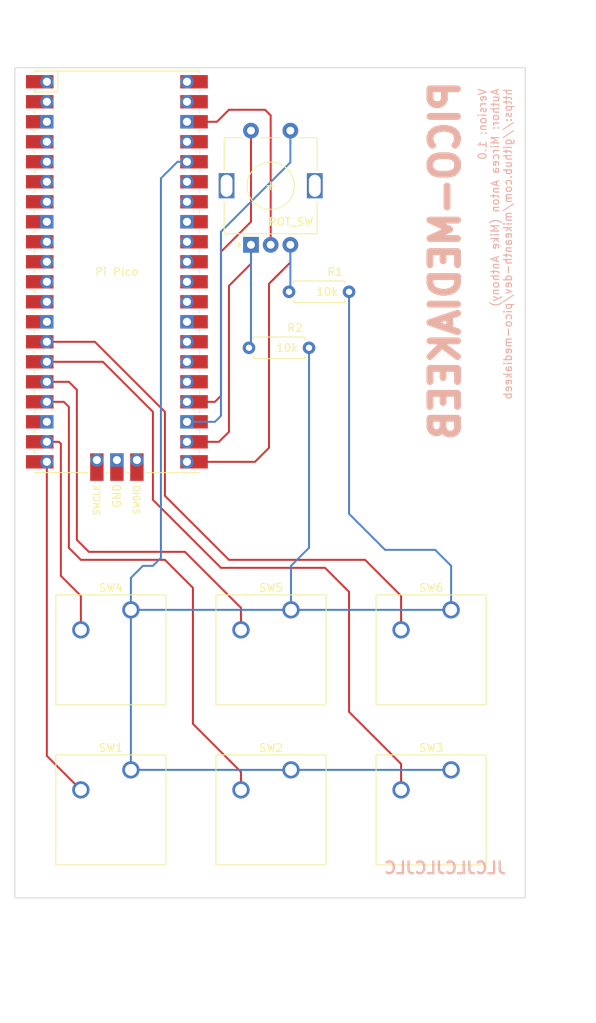
<source format=kicad_pcb>
(kicad_pcb (version 20171130) (host pcbnew 5.1.5+dfsg1-2build2)

  (general
    (thickness 1.6)
    (drawings 18)
    (tracks 91)
    (zones 0)
    (modules 10)
    (nets 44)
  )

  (page A4)
  (title_block
    (title pico-mediakeeb)
    (rev v01)
    (comment 2 https://www.gnu.org/licenses/gpl-3.0.en.html)
    (comment 3 "Licence: GPL-v3.0")
    (comment 4 "Author: Mike Anthony")
  )

  (layers
    (0 F.Cu signal)
    (31 B.Cu signal)
    (32 B.Adhes user)
    (33 F.Adhes user)
    (34 B.Paste user)
    (35 F.Paste user)
    (36 B.SilkS user)
    (37 F.SilkS user)
    (38 B.Mask user)
    (39 F.Mask user)
    (40 Dwgs.User user)
    (41 Cmts.User user)
    (42 Eco1.User user)
    (43 Eco2.User user)
    (44 Edge.Cuts user)
    (45 Margin user)
    (46 B.CrtYd user)
    (47 F.CrtYd user)
    (48 B.Fab user)
    (49 F.Fab user)
  )

  (setup
    (last_trace_width 0.25)
    (trace_clearance 0.2)
    (zone_clearance 0.508)
    (zone_45_only no)
    (trace_min 0.2)
    (via_size 0.8)
    (via_drill 0.4)
    (via_min_size 0.4)
    (via_min_drill 0.3)
    (uvia_size 0.3)
    (uvia_drill 0.1)
    (uvias_allowed no)
    (uvia_min_size 0.2)
    (uvia_min_drill 0.1)
    (edge_width 0.1)
    (segment_width 0.2)
    (pcb_text_width 0.3)
    (pcb_text_size 1.5 1.5)
    (mod_edge_width 0.15)
    (mod_text_size 1 1)
    (mod_text_width 0.15)
    (pad_size 4 4)
    (pad_drill 4)
    (pad_to_mask_clearance 0)
    (aux_axis_origin 0 0)
    (visible_elements FFFFFF7F)
    (pcbplotparams
      (layerselection 0x010fc_ffffffff)
      (usegerberextensions false)
      (usegerberattributes false)
      (usegerberadvancedattributes false)
      (creategerberjobfile false)
      (excludeedgelayer true)
      (linewidth 0.100000)
      (plotframeref false)
      (viasonmask false)
      (mode 1)
      (useauxorigin false)
      (hpglpennumber 1)
      (hpglpenspeed 20)
      (hpglpendiameter 15.000000)
      (psnegative false)
      (psa4output false)
      (plotreference true)
      (plotvalue true)
      (plotinvisibletext false)
      (padsonsilk false)
      (subtractmaskfromsilk false)
      (outputformat 1)
      (mirror false)
      (drillshape 0)
      (scaleselection 1)
      (outputdirectory "../gerber/"))
  )

  (net 0 "")
  (net 1 "Net-(R1-Pad2)")
  (net 2 "Net-(R1-Pad1)")
  (net 3 "Net-(SW1-Pad2)")
  (net 4 "Net-(SW2-Pad2)")
  (net 5 "Net-(SW3-Pad2)")
  (net 6 "Net-(SW4-Pad2)")
  (net 7 "Net-(SW5-Pad2)")
  (net 8 "Net-(SW6-Pad2)")
  (net 9 "Net-(SW7-PadC)")
  (net 10 "Net-(SW7-PadS2)")
  (net 11 "Net-(SW7-PadS1)")
  (net 12 "Net-(U1-Pad43)")
  (net 13 "Net-(U1-Pad42)")
  (net 14 "Net-(U1-Pad41)")
  (net 15 "Net-(U1-Pad25)")
  (net 16 "Net-(U1-Pad26)")
  (net 17 "Net-(U1-Pad27)")
  (net 18 "Net-(U1-Pad28)")
  (net 19 "Net-(U1-Pad29)")
  (net 20 "Net-(U1-Pad30)")
  (net 21 "Net-(U1-Pad31)")
  (net 22 "Net-(U1-Pad32)")
  (net 23 "Net-(U1-Pad33)")
  (net 24 "Net-(U1-Pad34)")
  (net 25 "Net-(U1-Pad35)")
  (net 26 "Net-(U1-Pad37)")
  (net 27 "Net-(U1-Pad39)")
  (net 28 "Net-(U1-Pad40)")
  (net 29 "Net-(U1-Pad18)")
  (net 30 "Net-(U1-Pad13)")
  (net 31 "Net-(U1-Pad12)")
  (net 32 "Net-(U1-Pad11)")
  (net 33 "Net-(U1-Pad10)")
  (net 34 "Net-(U1-Pad9)")
  (net 35 "Net-(U1-Pad8)")
  (net 36 "Net-(U1-Pad7)")
  (net 37 "Net-(U1-Pad6)")
  (net 38 "Net-(U1-Pad5)")
  (net 39 "Net-(U1-Pad4)")
  (net 40 "Net-(U1-Pad3)")
  (net 41 "Net-(U1-Pad2)")
  (net 42 "Net-(U1-Pad1)")
  (net 43 "Net-(R2-Pad2)")

  (net_class Default "This is the default net class."
    (clearance 0.2)
    (trace_width 0.25)
    (via_dia 0.8)
    (via_drill 0.4)
    (uvia_dia 0.3)
    (uvia_drill 0.1)
    (add_net "Net-(R1-Pad1)")
    (add_net "Net-(R1-Pad2)")
    (add_net "Net-(R2-Pad2)")
    (add_net "Net-(SW1-Pad2)")
    (add_net "Net-(SW2-Pad2)")
    (add_net "Net-(SW3-Pad2)")
    (add_net "Net-(SW4-Pad2)")
    (add_net "Net-(SW5-Pad2)")
    (add_net "Net-(SW6-Pad2)")
    (add_net "Net-(SW7-PadC)")
    (add_net "Net-(SW7-PadS1)")
    (add_net "Net-(SW7-PadS2)")
    (add_net "Net-(U1-Pad1)")
    (add_net "Net-(U1-Pad10)")
    (add_net "Net-(U1-Pad11)")
    (add_net "Net-(U1-Pad12)")
    (add_net "Net-(U1-Pad13)")
    (add_net "Net-(U1-Pad18)")
    (add_net "Net-(U1-Pad2)")
    (add_net "Net-(U1-Pad25)")
    (add_net "Net-(U1-Pad26)")
    (add_net "Net-(U1-Pad27)")
    (add_net "Net-(U1-Pad28)")
    (add_net "Net-(U1-Pad29)")
    (add_net "Net-(U1-Pad3)")
    (add_net "Net-(U1-Pad30)")
    (add_net "Net-(U1-Pad31)")
    (add_net "Net-(U1-Pad32)")
    (add_net "Net-(U1-Pad33)")
    (add_net "Net-(U1-Pad34)")
    (add_net "Net-(U1-Pad35)")
    (add_net "Net-(U1-Pad37)")
    (add_net "Net-(U1-Pad39)")
    (add_net "Net-(U1-Pad4)")
    (add_net "Net-(U1-Pad40)")
    (add_net "Net-(U1-Pad41)")
    (add_net "Net-(U1-Pad42)")
    (add_net "Net-(U1-Pad43)")
    (add_net "Net-(U1-Pad5)")
    (add_net "Net-(U1-Pad6)")
    (add_net "Net-(U1-Pad7)")
    (add_net "Net-(U1-Pad8)")
    (add_net "Net-(U1-Pad9)")
  )

  (module Button_Switch_Keyboard:SW_Cherry_MX_1.00u_PCB (layer F.Cu) (tedit 5A02FE24) (tstamp 609AC45A)
    (at 99.822 120.904)
    (descr "Cherry MX keyswitch, 1.00u, PCB mount, http://cherryamericas.com/wp-content/uploads/2014/12/mx_cat.pdf")
    (tags "Cherry MX keyswitch 1.00u PCB")
    (path /60940921)
    (fp_text reference SW6 (at -2.54 -2.794) (layer F.SilkS)
      (effects (font (size 1 1) (thickness 0.15)))
    )
    (fp_text value btn_macro_3 (at -2.54 12.954) (layer F.Fab)
      (effects (font (size 1 1) (thickness 0.15)))
    )
    (fp_line (start -9.525 12.065) (end -9.525 -1.905) (layer F.SilkS) (width 0.12))
    (fp_line (start 4.445 12.065) (end -9.525 12.065) (layer F.SilkS) (width 0.12))
    (fp_line (start 4.445 -1.905) (end 4.445 12.065) (layer F.SilkS) (width 0.12))
    (fp_line (start -9.525 -1.905) (end 4.445 -1.905) (layer F.SilkS) (width 0.12))
    (fp_line (start -12.065 14.605) (end -12.065 -4.445) (layer Dwgs.User) (width 0.15))
    (fp_line (start 6.985 14.605) (end -12.065 14.605) (layer Dwgs.User) (width 0.15))
    (fp_line (start 6.985 -4.445) (end 6.985 14.605) (layer Dwgs.User) (width 0.15))
    (fp_line (start -12.065 -4.445) (end 6.985 -4.445) (layer Dwgs.User) (width 0.15))
    (fp_line (start -9.14 -1.52) (end 4.06 -1.52) (layer F.CrtYd) (width 0.05))
    (fp_line (start 4.06 -1.52) (end 4.06 11.68) (layer F.CrtYd) (width 0.05))
    (fp_line (start 4.06 11.68) (end -9.14 11.68) (layer F.CrtYd) (width 0.05))
    (fp_line (start -9.14 11.68) (end -9.14 -1.52) (layer F.CrtYd) (width 0.05))
    (fp_line (start -8.89 11.43) (end -8.89 -1.27) (layer F.Fab) (width 0.1))
    (fp_line (start 3.81 11.43) (end -8.89 11.43) (layer F.Fab) (width 0.1))
    (fp_line (start 3.81 -1.27) (end 3.81 11.43) (layer F.Fab) (width 0.1))
    (fp_line (start -8.89 -1.27) (end 3.81 -1.27) (layer F.Fab) (width 0.1))
    (fp_text user %R (at -2.54 -2.794) (layer F.Fab)
      (effects (font (size 1 1) (thickness 0.15)))
    )
    (pad "" np_thru_hole circle (at 2.54 5.08) (size 1.7 1.7) (drill 1.7) (layers *.Cu *.Mask))
    (pad "" np_thru_hole circle (at -7.62 5.08) (size 1.7 1.7) (drill 1.7) (layers *.Cu *.Mask))
    (pad "" np_thru_hole circle (at -2.54 5.08) (size 4 4) (drill 4) (layers *.Cu *.Mask))
    (pad 2 thru_hole circle (at -6.35 2.54) (size 2.2 2.2) (drill 1.5) (layers *.Cu *.Mask)
      (net 8 "Net-(SW6-Pad2)"))
    (pad 1 thru_hole circle (at 0 0) (size 2.2 2.2) (drill 1.5) (layers *.Cu *.Mask)
      (net 2 "Net-(R1-Pad1)"))
    (model ${KISYS3DMOD}/Button_Switch_Keyboard.3dshapes/SW_Cherry_MX_1.00u_PCB.wrl
      (at (xyz 0 0 0))
      (scale (xyz 1 1 1))
      (rotate (xyz 0 0 0))
    )
  )

  (module Button_Switch_Keyboard:SW_Cherry_MX_1.00u_PCB (layer F.Cu) (tedit 5A02FE24) (tstamp 609AC442)
    (at 79.502 120.904)
    (descr "Cherry MX keyswitch, 1.00u, PCB mount, http://cherryamericas.com/wp-content/uploads/2014/12/mx_cat.pdf")
    (tags "Cherry MX keyswitch 1.00u PCB")
    (path /6094091B)
    (fp_text reference SW5 (at -2.54 -2.794) (layer F.SilkS)
      (effects (font (size 1 1) (thickness 0.15)))
    )
    (fp_text value btn_macro_2 (at -2.54 12.954) (layer F.Fab)
      (effects (font (size 1 1) (thickness 0.15)))
    )
    (fp_line (start -9.525 12.065) (end -9.525 -1.905) (layer F.SilkS) (width 0.12))
    (fp_line (start 4.445 12.065) (end -9.525 12.065) (layer F.SilkS) (width 0.12))
    (fp_line (start 4.445 -1.905) (end 4.445 12.065) (layer F.SilkS) (width 0.12))
    (fp_line (start -9.525 -1.905) (end 4.445 -1.905) (layer F.SilkS) (width 0.12))
    (fp_line (start -12.065 14.605) (end -12.065 -4.445) (layer Dwgs.User) (width 0.15))
    (fp_line (start 6.985 14.605) (end -12.065 14.605) (layer Dwgs.User) (width 0.15))
    (fp_line (start 6.985 -4.445) (end 6.985 14.605) (layer Dwgs.User) (width 0.15))
    (fp_line (start -12.065 -4.445) (end 6.985 -4.445) (layer Dwgs.User) (width 0.15))
    (fp_line (start -9.14 -1.52) (end 4.06 -1.52) (layer F.CrtYd) (width 0.05))
    (fp_line (start 4.06 -1.52) (end 4.06 11.68) (layer F.CrtYd) (width 0.05))
    (fp_line (start 4.06 11.68) (end -9.14 11.68) (layer F.CrtYd) (width 0.05))
    (fp_line (start -9.14 11.68) (end -9.14 -1.52) (layer F.CrtYd) (width 0.05))
    (fp_line (start -8.89 11.43) (end -8.89 -1.27) (layer F.Fab) (width 0.1))
    (fp_line (start 3.81 11.43) (end -8.89 11.43) (layer F.Fab) (width 0.1))
    (fp_line (start 3.81 -1.27) (end 3.81 11.43) (layer F.Fab) (width 0.1))
    (fp_line (start -8.89 -1.27) (end 3.81 -1.27) (layer F.Fab) (width 0.1))
    (fp_text user %R (at -2.54 -2.794) (layer F.Fab)
      (effects (font (size 1 1) (thickness 0.15)))
    )
    (pad "" np_thru_hole circle (at 2.54 5.08) (size 1.7 1.7) (drill 1.7) (layers *.Cu *.Mask))
    (pad "" np_thru_hole circle (at -7.62 5.08) (size 1.7 1.7) (drill 1.7) (layers *.Cu *.Mask))
    (pad "" np_thru_hole circle (at -2.54 5.08) (size 4 4) (drill 4) (layers *.Cu *.Mask))
    (pad 2 thru_hole circle (at -6.35 2.54) (size 2.2 2.2) (drill 1.5) (layers *.Cu *.Mask)
      (net 7 "Net-(SW5-Pad2)"))
    (pad 1 thru_hole circle (at 0 0) (size 2.2 2.2) (drill 1.5) (layers *.Cu *.Mask)
      (net 2 "Net-(R1-Pad1)"))
    (model ${KISYS3DMOD}/Button_Switch_Keyboard.3dshapes/SW_Cherry_MX_1.00u_PCB.wrl
      (at (xyz 0 0 0))
      (scale (xyz 1 1 1))
      (rotate (xyz 0 0 0))
    )
  )

  (module Button_Switch_Keyboard:SW_Cherry_MX_1.00u_PCB (layer F.Cu) (tedit 5A02FE24) (tstamp 609AC42A)
    (at 59.182 120.904)
    (descr "Cherry MX keyswitch, 1.00u, PCB mount, http://cherryamericas.com/wp-content/uploads/2014/12/mx_cat.pdf")
    (tags "Cherry MX keyswitch 1.00u PCB")
    (path /60940915)
    (fp_text reference SW4 (at -2.54 -2.794) (layer F.SilkS)
      (effects (font (size 1 1) (thickness 0.15)))
    )
    (fp_text value btn_macro_1 (at -2.54 12.954) (layer F.Fab)
      (effects (font (size 1 1) (thickness 0.15)))
    )
    (fp_line (start -9.525 12.065) (end -9.525 -1.905) (layer F.SilkS) (width 0.12))
    (fp_line (start 4.445 12.065) (end -9.525 12.065) (layer F.SilkS) (width 0.12))
    (fp_line (start 4.445 -1.905) (end 4.445 12.065) (layer F.SilkS) (width 0.12))
    (fp_line (start -9.525 -1.905) (end 4.445 -1.905) (layer F.SilkS) (width 0.12))
    (fp_line (start -12.065 14.605) (end -12.065 -4.445) (layer Dwgs.User) (width 0.15))
    (fp_line (start 6.985 14.605) (end -12.065 14.605) (layer Dwgs.User) (width 0.15))
    (fp_line (start 6.985 -4.445) (end 6.985 14.605) (layer Dwgs.User) (width 0.15))
    (fp_line (start -12.065 -4.445) (end 6.985 -4.445) (layer Dwgs.User) (width 0.15))
    (fp_line (start -9.14 -1.52) (end 4.06 -1.52) (layer F.CrtYd) (width 0.05))
    (fp_line (start 4.06 -1.52) (end 4.06 11.68) (layer F.CrtYd) (width 0.05))
    (fp_line (start 4.06 11.68) (end -9.14 11.68) (layer F.CrtYd) (width 0.05))
    (fp_line (start -9.14 11.68) (end -9.14 -1.52) (layer F.CrtYd) (width 0.05))
    (fp_line (start -8.89 11.43) (end -8.89 -1.27) (layer F.Fab) (width 0.1))
    (fp_line (start 3.81 11.43) (end -8.89 11.43) (layer F.Fab) (width 0.1))
    (fp_line (start 3.81 -1.27) (end 3.81 11.43) (layer F.Fab) (width 0.1))
    (fp_line (start -8.89 -1.27) (end 3.81 -1.27) (layer F.Fab) (width 0.1))
    (fp_text user %R (at -2.54 -2.794) (layer F.Fab)
      (effects (font (size 1 1) (thickness 0.15)))
    )
    (pad "" np_thru_hole circle (at 2.54 5.08) (size 1.7 1.7) (drill 1.7) (layers *.Cu *.Mask))
    (pad "" np_thru_hole circle (at -7.62 5.08) (size 1.7 1.7) (drill 1.7) (layers *.Cu *.Mask))
    (pad "" np_thru_hole circle (at -2.54 5.08) (size 4 4) (drill 4) (layers *.Cu *.Mask))
    (pad 2 thru_hole circle (at -6.35 2.54) (size 2.2 2.2) (drill 1.5) (layers *.Cu *.Mask)
      (net 6 "Net-(SW4-Pad2)"))
    (pad 1 thru_hole circle (at 0 0) (size 2.2 2.2) (drill 1.5) (layers *.Cu *.Mask)
      (net 2 "Net-(R1-Pad1)"))
    (model ${KISYS3DMOD}/Button_Switch_Keyboard.3dshapes/SW_Cherry_MX_1.00u_PCB.wrl
      (at (xyz 0 0 0))
      (scale (xyz 1 1 1))
      (rotate (xyz 0 0 0))
    )
  )

  (module Button_Switch_Keyboard:SW_Cherry_MX_1.00u_PCB (layer F.Cu) (tedit 5A02FE24) (tstamp 609AC412)
    (at 99.822 141.224)
    (descr "Cherry MX keyswitch, 1.00u, PCB mount, http://cherryamericas.com/wp-content/uploads/2014/12/mx_cat.pdf")
    (tags "Cherry MX keyswitch 1.00u PCB")
    (path /609327D9)
    (fp_text reference SW3 (at -2.54 -2.794) (layer F.SilkS)
      (effects (font (size 1 1) (thickness 0.15)))
    )
    (fp_text value btn_next (at -2.54 12.954) (layer F.Fab)
      (effects (font (size 1 1) (thickness 0.15)))
    )
    (fp_line (start -9.525 12.065) (end -9.525 -1.905) (layer F.SilkS) (width 0.12))
    (fp_line (start 4.445 12.065) (end -9.525 12.065) (layer F.SilkS) (width 0.12))
    (fp_line (start 4.445 -1.905) (end 4.445 12.065) (layer F.SilkS) (width 0.12))
    (fp_line (start -9.525 -1.905) (end 4.445 -1.905) (layer F.SilkS) (width 0.12))
    (fp_line (start -12.065 14.605) (end -12.065 -4.445) (layer Dwgs.User) (width 0.15))
    (fp_line (start 6.985 14.605) (end -12.065 14.605) (layer Dwgs.User) (width 0.15))
    (fp_line (start 6.985 -4.445) (end 6.985 14.605) (layer Dwgs.User) (width 0.15))
    (fp_line (start -12.065 -4.445) (end 6.985 -4.445) (layer Dwgs.User) (width 0.15))
    (fp_line (start -9.14 -1.52) (end 4.06 -1.52) (layer F.CrtYd) (width 0.05))
    (fp_line (start 4.06 -1.52) (end 4.06 11.68) (layer F.CrtYd) (width 0.05))
    (fp_line (start 4.06 11.68) (end -9.14 11.68) (layer F.CrtYd) (width 0.05))
    (fp_line (start -9.14 11.68) (end -9.14 -1.52) (layer F.CrtYd) (width 0.05))
    (fp_line (start -8.89 11.43) (end -8.89 -1.27) (layer F.Fab) (width 0.1))
    (fp_line (start 3.81 11.43) (end -8.89 11.43) (layer F.Fab) (width 0.1))
    (fp_line (start 3.81 -1.27) (end 3.81 11.43) (layer F.Fab) (width 0.1))
    (fp_line (start -8.89 -1.27) (end 3.81 -1.27) (layer F.Fab) (width 0.1))
    (fp_text user %R (at -2.54 -2.794) (layer F.Fab)
      (effects (font (size 1 1) (thickness 0.15)))
    )
    (pad "" np_thru_hole circle (at 2.54 5.08) (size 1.7 1.7) (drill 1.7) (layers *.Cu *.Mask))
    (pad "" np_thru_hole circle (at -7.62 5.08) (size 1.7 1.7) (drill 1.7) (layers *.Cu *.Mask))
    (pad "" np_thru_hole circle (at -2.54 5.08) (size 4 4) (drill 4) (layers *.Cu *.Mask))
    (pad 2 thru_hole circle (at -6.35 2.54) (size 2.2 2.2) (drill 1.5) (layers *.Cu *.Mask)
      (net 5 "Net-(SW3-Pad2)"))
    (pad 1 thru_hole circle (at 0 0) (size 2.2 2.2) (drill 1.5) (layers *.Cu *.Mask)
      (net 2 "Net-(R1-Pad1)"))
    (model ${KISYS3DMOD}/Button_Switch_Keyboard.3dshapes/SW_Cherry_MX_1.00u_PCB.wrl
      (at (xyz 0 0 0))
      (scale (xyz 1 1 1))
      (rotate (xyz 0 0 0))
    )
  )

  (module Button_Switch_Keyboard:SW_Cherry_MX_1.00u_PCB (layer F.Cu) (tedit 5A02FE24) (tstamp 609AC3FA)
    (at 79.502 141.224)
    (descr "Cherry MX keyswitch, 1.00u, PCB mount, http://cherryamericas.com/wp-content/uploads/2014/12/mx_cat.pdf")
    (tags "Cherry MX keyswitch 1.00u PCB")
    (path /6093271C)
    (fp_text reference SW2 (at -2.54 -2.794) (layer F.SilkS)
      (effects (font (size 1 1) (thickness 0.15)))
    )
    (fp_text value btn_play_pause (at -2.54 12.954) (layer F.Fab)
      (effects (font (size 1 1) (thickness 0.15)))
    )
    (fp_line (start -9.525 12.065) (end -9.525 -1.905) (layer F.SilkS) (width 0.12))
    (fp_line (start 4.445 12.065) (end -9.525 12.065) (layer F.SilkS) (width 0.12))
    (fp_line (start 4.445 -1.905) (end 4.445 12.065) (layer F.SilkS) (width 0.12))
    (fp_line (start -9.525 -1.905) (end 4.445 -1.905) (layer F.SilkS) (width 0.12))
    (fp_line (start -12.065 14.605) (end -12.065 -4.445) (layer Dwgs.User) (width 0.15))
    (fp_line (start 6.985 14.605) (end -12.065 14.605) (layer Dwgs.User) (width 0.15))
    (fp_line (start 6.985 -4.445) (end 6.985 14.605) (layer Dwgs.User) (width 0.15))
    (fp_line (start -12.065 -4.445) (end 6.985 -4.445) (layer Dwgs.User) (width 0.15))
    (fp_line (start -9.14 -1.52) (end 4.06 -1.52) (layer F.CrtYd) (width 0.05))
    (fp_line (start 4.06 -1.52) (end 4.06 11.68) (layer F.CrtYd) (width 0.05))
    (fp_line (start 4.06 11.68) (end -9.14 11.68) (layer F.CrtYd) (width 0.05))
    (fp_line (start -9.14 11.68) (end -9.14 -1.52) (layer F.CrtYd) (width 0.05))
    (fp_line (start -8.89 11.43) (end -8.89 -1.27) (layer F.Fab) (width 0.1))
    (fp_line (start 3.81 11.43) (end -8.89 11.43) (layer F.Fab) (width 0.1))
    (fp_line (start 3.81 -1.27) (end 3.81 11.43) (layer F.Fab) (width 0.1))
    (fp_line (start -8.89 -1.27) (end 3.81 -1.27) (layer F.Fab) (width 0.1))
    (fp_text user %R (at -2.54 -2.794) (layer F.Fab)
      (effects (font (size 1 1) (thickness 0.15)))
    )
    (pad "" np_thru_hole circle (at 2.54 5.08) (size 1.7 1.7) (drill 1.7) (layers *.Cu *.Mask))
    (pad "" np_thru_hole circle (at -7.62 5.08) (size 1.7 1.7) (drill 1.7) (layers *.Cu *.Mask))
    (pad "" np_thru_hole circle (at -2.54 5.08) (size 4 4) (drill 4) (layers *.Cu *.Mask))
    (pad 2 thru_hole circle (at -6.35 2.54) (size 2.2 2.2) (drill 1.5) (layers *.Cu *.Mask)
      (net 4 "Net-(SW2-Pad2)"))
    (pad 1 thru_hole circle (at 0 0) (size 2.2 2.2) (drill 1.5) (layers *.Cu *.Mask)
      (net 2 "Net-(R1-Pad1)"))
    (model ${KISYS3DMOD}/Button_Switch_Keyboard.3dshapes/SW_Cherry_MX_1.00u_PCB.wrl
      (at (xyz 0 0 0))
      (scale (xyz 1 1 1))
      (rotate (xyz 0 0 0))
    )
  )

  (module Button_Switch_Keyboard:SW_Cherry_MX_1.00u_PCB (layer F.Cu) (tedit 5A02FE24) (tstamp 609AC3E2)
    (at 59.182 141.224)
    (descr "Cherry MX keyswitch, 1.00u, PCB mount, http://cherryamericas.com/wp-content/uploads/2014/12/mx_cat.pdf")
    (tags "Cherry MX keyswitch 1.00u PCB")
    (path /60931FB6)
    (fp_text reference SW1 (at -2.54 -2.794) (layer F.SilkS)
      (effects (font (size 1 1) (thickness 0.15)))
    )
    (fp_text value btn_prev (at -2.54 12.954) (layer F.Fab)
      (effects (font (size 1 1) (thickness 0.15)))
    )
    (fp_line (start -9.525 12.065) (end -9.525 -1.905) (layer F.SilkS) (width 0.12))
    (fp_line (start 4.445 12.065) (end -9.525 12.065) (layer F.SilkS) (width 0.12))
    (fp_line (start 4.445 -1.905) (end 4.445 12.065) (layer F.SilkS) (width 0.12))
    (fp_line (start -9.525 -1.905) (end 4.445 -1.905) (layer F.SilkS) (width 0.12))
    (fp_line (start -12.065 14.605) (end -12.065 -4.445) (layer Dwgs.User) (width 0.15))
    (fp_line (start 6.985 14.605) (end -12.065 14.605) (layer Dwgs.User) (width 0.15))
    (fp_line (start 6.985 -4.445) (end 6.985 14.605) (layer Dwgs.User) (width 0.15))
    (fp_line (start -12.065 -4.445) (end 6.985 -4.445) (layer Dwgs.User) (width 0.15))
    (fp_line (start -9.14 -1.52) (end 4.06 -1.52) (layer F.CrtYd) (width 0.05))
    (fp_line (start 4.06 -1.52) (end 4.06 11.68) (layer F.CrtYd) (width 0.05))
    (fp_line (start 4.06 11.68) (end -9.14 11.68) (layer F.CrtYd) (width 0.05))
    (fp_line (start -9.14 11.68) (end -9.14 -1.52) (layer F.CrtYd) (width 0.05))
    (fp_line (start -8.89 11.43) (end -8.89 -1.27) (layer F.Fab) (width 0.1))
    (fp_line (start 3.81 11.43) (end -8.89 11.43) (layer F.Fab) (width 0.1))
    (fp_line (start 3.81 -1.27) (end 3.81 11.43) (layer F.Fab) (width 0.1))
    (fp_line (start -8.89 -1.27) (end 3.81 -1.27) (layer F.Fab) (width 0.1))
    (fp_text user %R (at -2.54 -2.794) (layer F.Fab)
      (effects (font (size 1 1) (thickness 0.15)))
    )
    (pad "" np_thru_hole circle (at 2.54 5.08) (size 1.7 1.7) (drill 1.7) (layers *.Cu *.Mask))
    (pad "" np_thru_hole circle (at -7.62 5.08) (size 1.7 1.7) (drill 1.7) (layers *.Cu *.Mask))
    (pad "" np_thru_hole circle (at -2.54 5.08) (size 4 4) (drill 4) (layers *.Cu *.Mask))
    (pad 2 thru_hole circle (at -6.35 2.54) (size 2.2 2.2) (drill 1.5) (layers *.Cu *.Mask)
      (net 3 "Net-(SW1-Pad2)"))
    (pad 1 thru_hole circle (at 0 0) (size 2.2 2.2) (drill 1.5) (layers *.Cu *.Mask)
      (net 2 "Net-(R1-Pad1)"))
    (model ${KISYS3DMOD}/Button_Switch_Keyboard.3dshapes/SW_Cherry_MX_1.00u_PCB.wrl
      (at (xyz 0 0 0))
      (scale (xyz 1 1 1))
      (rotate (xyz 0 0 0))
    )
  )

  (module Rotary_Encoder:RotaryEncoder_Alps_EC11E-Switch_Vertical_H20mm (layer F.Cu) (tedit 5A74C8CB) (tstamp 609AC480)
    (at 74.422 74.554 90)
    (descr "Alps rotary encoder, EC12E... with switch, vertical shaft, http://www.alps.com/prod/info/E/HTML/Encoder/Incremental/EC11/EC11E15204A3.html")
    (tags "rotary encoder")
    (path /6097F51C)
    (fp_text reference ROT_SW (at 2.926 5.08 180) (layer F.SilkS)
      (effects (font (size 1 1) (thickness 0.15)))
    )
    (fp_text value Rotary_Encoder_Switch (at 7.5 10.4 90) (layer F.Fab)
      (effects (font (size 1 1) (thickness 0.15)))
    )
    (fp_circle (center 7.5 2.5) (end 10.5 2.5) (layer F.Fab) (width 0.12))
    (fp_circle (center 7.5 2.5) (end 10.5 2.5) (layer F.SilkS) (width 0.12))
    (fp_line (start 16 9.6) (end -1.5 9.6) (layer F.CrtYd) (width 0.05))
    (fp_line (start 16 9.6) (end 16 -4.6) (layer F.CrtYd) (width 0.05))
    (fp_line (start -1.5 -4.6) (end -1.5 9.6) (layer F.CrtYd) (width 0.05))
    (fp_line (start -1.5 -4.6) (end 16 -4.6) (layer F.CrtYd) (width 0.05))
    (fp_line (start 2.5 -3.3) (end 13.5 -3.3) (layer F.Fab) (width 0.12))
    (fp_line (start 13.5 -3.3) (end 13.5 8.3) (layer F.Fab) (width 0.12))
    (fp_line (start 13.5 8.3) (end 1.5 8.3) (layer F.Fab) (width 0.12))
    (fp_line (start 1.5 8.3) (end 1.5 -2.2) (layer F.Fab) (width 0.12))
    (fp_line (start 1.5 -2.2) (end 2.5 -3.3) (layer F.Fab) (width 0.12))
    (fp_line (start 9.5 -3.4) (end 13.6 -3.4) (layer F.SilkS) (width 0.12))
    (fp_line (start 13.6 8.4) (end 9.5 8.4) (layer F.SilkS) (width 0.12))
    (fp_line (start 5.5 8.4) (end 1.4 8.4) (layer F.SilkS) (width 0.12))
    (fp_line (start 5.5 -3.4) (end 1.4 -3.4) (layer F.SilkS) (width 0.12))
    (fp_line (start 1.4 -3.4) (end 1.4 8.4) (layer F.SilkS) (width 0.12))
    (fp_line (start 0 -1.3) (end -0.3 -1.6) (layer F.SilkS) (width 0.12))
    (fp_line (start -0.3 -1.6) (end 0.3 -1.6) (layer F.SilkS) (width 0.12))
    (fp_line (start 0.3 -1.6) (end 0 -1.3) (layer F.SilkS) (width 0.12))
    (fp_line (start 7.5 -0.5) (end 7.5 5.5) (layer F.Fab) (width 0.12))
    (fp_line (start 4.5 2.5) (end 10.5 2.5) (layer F.Fab) (width 0.12))
    (fp_line (start 13.6 -3.4) (end 13.6 -1) (layer F.SilkS) (width 0.12))
    (fp_line (start 13.6 1.2) (end 13.6 3.8) (layer F.SilkS) (width 0.12))
    (fp_line (start 13.6 6) (end 13.6 8.4) (layer F.SilkS) (width 0.12))
    (fp_line (start 7.5 2) (end 7.5 3) (layer F.SilkS) (width 0.12))
    (fp_line (start 7 2.5) (end 8 2.5) (layer F.SilkS) (width 0.12))
    (pad A thru_hole rect (at 0 0 90) (size 2 2) (drill 1) (layers *.Cu *.Mask)
      (net 43 "Net-(R2-Pad2)"))
    (pad C thru_hole circle (at 0 2.5 90) (size 2 2) (drill 1) (layers *.Cu *.Mask)
      (net 9 "Net-(SW7-PadC)"))
    (pad B thru_hole circle (at 0 5 90) (size 2 2) (drill 1) (layers *.Cu *.Mask)
      (net 1 "Net-(R1-Pad2)"))
    (pad MP thru_hole rect (at 7.5 -3.1 90) (size 3.2 2) (drill oval 2.8 1.5) (layers *.Cu *.Mask))
    (pad MP thru_hole rect (at 7.5 8.1 90) (size 3.2 2) (drill oval 2.8 1.5) (layers *.Cu *.Mask))
    (pad S2 thru_hole circle (at 14.5 0 90) (size 2 2) (drill 1) (layers *.Cu *.Mask)
      (net 10 "Net-(SW7-PadS2)"))
    (pad S1 thru_hole circle (at 14.5 5 90) (size 2 2) (drill 1) (layers *.Cu *.Mask)
      (net 11 "Net-(SW7-PadS1)"))
    (model ${KISYS3DMOD}/Rotary_Encoder.3dshapes/RotaryEncoder_Alps_EC11E-Switch_Vertical_H20mm.wrl
      (at (xyz 0 0 0))
      (scale (xyz 1 1 1))
      (rotate (xyz 0 0 0))
    )
  )

  (module Raspberry:RPi_Pico_SMD_TH (layer F.Cu) (tedit 5F638C80) (tstamp 609BBFEE)
    (at 57.404 77.978)
    (descr "Through hole straight pin header, 2x20, 2.54mm pitch, double rows")
    (tags "Through hole pin header THT 2x20 2.54mm double row")
    (path /609308D7)
    (fp_text reference "Pi Pico" (at 0 0) (layer F.SilkS)
      (effects (font (size 1 1) (thickness 0.15)))
    )
    (fp_text value "" (at 0 2.159) (layer F.Fab)
      (effects (font (size 1 1) (thickness 0.15)))
    )
    (fp_line (start 1.1 25.5) (end 1.5 25.5) (layer F.SilkS) (width 0.12))
    (fp_line (start -1.5 25.5) (end -1.1 25.5) (layer F.SilkS) (width 0.12))
    (fp_line (start 10.5 25.5) (end 3.7 25.5) (layer F.SilkS) (width 0.12))
    (fp_line (start 10.5 15.1) (end 10.5 15.5) (layer F.SilkS) (width 0.12))
    (fp_line (start 10.5 7.4) (end 10.5 7.8) (layer F.SilkS) (width 0.12))
    (fp_line (start 10.5 -18) (end 10.5 -17.6) (layer F.SilkS) (width 0.12))
    (fp_line (start 10.5 -25.5) (end 10.5 -25.2) (layer F.SilkS) (width 0.12))
    (fp_line (start 10.5 -2.7) (end 10.5 -2.3) (layer F.SilkS) (width 0.12))
    (fp_line (start 10.5 12.5) (end 10.5 12.9) (layer F.SilkS) (width 0.12))
    (fp_line (start 10.5 -7.8) (end 10.5 -7.4) (layer F.SilkS) (width 0.12))
    (fp_line (start 10.5 -12.9) (end 10.5 -12.5) (layer F.SilkS) (width 0.12))
    (fp_line (start 10.5 -0.2) (end 10.5 0.2) (layer F.SilkS) (width 0.12))
    (fp_line (start 10.5 4.9) (end 10.5 5.3) (layer F.SilkS) (width 0.12))
    (fp_line (start 10.5 20.1) (end 10.5 20.5) (layer F.SilkS) (width 0.12))
    (fp_line (start 10.5 22.7) (end 10.5 23.1) (layer F.SilkS) (width 0.12))
    (fp_line (start 10.5 17.6) (end 10.5 18) (layer F.SilkS) (width 0.12))
    (fp_line (start 10.5 -15.4) (end 10.5 -15) (layer F.SilkS) (width 0.12))
    (fp_line (start 10.5 -23.1) (end 10.5 -22.7) (layer F.SilkS) (width 0.12))
    (fp_line (start 10.5 -20.5) (end 10.5 -20.1) (layer F.SilkS) (width 0.12))
    (fp_line (start 10.5 10) (end 10.5 10.4) (layer F.SilkS) (width 0.12))
    (fp_line (start 10.5 2.3) (end 10.5 2.7) (layer F.SilkS) (width 0.12))
    (fp_line (start 10.5 -5.3) (end 10.5 -4.9) (layer F.SilkS) (width 0.12))
    (fp_line (start 10.5 -10.4) (end 10.5 -10) (layer F.SilkS) (width 0.12))
    (fp_line (start -10.5 22.7) (end -10.5 23.1) (layer F.SilkS) (width 0.12))
    (fp_line (start -10.5 20.1) (end -10.5 20.5) (layer F.SilkS) (width 0.12))
    (fp_line (start -10.5 17.6) (end -10.5 18) (layer F.SilkS) (width 0.12))
    (fp_line (start -10.5 15.1) (end -10.5 15.5) (layer F.SilkS) (width 0.12))
    (fp_line (start -10.5 12.5) (end -10.5 12.9) (layer F.SilkS) (width 0.12))
    (fp_line (start -10.5 10) (end -10.5 10.4) (layer F.SilkS) (width 0.12))
    (fp_line (start -10.5 7.4) (end -10.5 7.8) (layer F.SilkS) (width 0.12))
    (fp_line (start -10.5 4.9) (end -10.5 5.3) (layer F.SilkS) (width 0.12))
    (fp_line (start -10.5 2.3) (end -10.5 2.7) (layer F.SilkS) (width 0.12))
    (fp_line (start -10.5 -0.2) (end -10.5 0.2) (layer F.SilkS) (width 0.12))
    (fp_line (start -10.5 -2.7) (end -10.5 -2.3) (layer F.SilkS) (width 0.12))
    (fp_line (start -10.5 -5.3) (end -10.5 -4.9) (layer F.SilkS) (width 0.12))
    (fp_line (start -10.5 -7.8) (end -10.5 -7.4) (layer F.SilkS) (width 0.12))
    (fp_line (start -10.5 -10.4) (end -10.5 -10) (layer F.SilkS) (width 0.12))
    (fp_line (start -10.5 -12.9) (end -10.5 -12.5) (layer F.SilkS) (width 0.12))
    (fp_line (start -10.5 -15.4) (end -10.5 -15) (layer F.SilkS) (width 0.12))
    (fp_line (start -10.5 -18) (end -10.5 -17.6) (layer F.SilkS) (width 0.12))
    (fp_line (start -10.5 -20.5) (end -10.5 -20.1) (layer F.SilkS) (width 0.12))
    (fp_line (start -10.5 -23.1) (end -10.5 -22.7) (layer F.SilkS) (width 0.12))
    (fp_line (start -10.5 -25.5) (end -10.5 -25.2) (layer F.SilkS) (width 0.12))
    (fp_line (start -7.493 -22.833) (end -7.493 -25.5) (layer F.SilkS) (width 0.12))
    (fp_line (start -10.5 -22.833) (end -7.493 -22.833) (layer F.SilkS) (width 0.12))
    (fp_line (start -3.7 25.5) (end -10.5 25.5) (layer F.SilkS) (width 0.12))
    (fp_line (start -10.5 -25.5) (end 10.5 -25.5) (layer F.SilkS) (width 0.12))
    (fp_line (start -11 26) (end -11 -26) (layer F.CrtYd) (width 0.12))
    (fp_line (start 11 26) (end -11 26) (layer F.CrtYd) (width 0.12))
    (fp_line (start 11 -26) (end 11 26) (layer F.CrtYd) (width 0.12))
    (fp_line (start -11 -26) (end 11 -26) (layer F.CrtYd) (width 0.12))
    (fp_line (start -10.5 -24.2) (end -9.2 -25.5) (layer F.Fab) (width 0.12))
    (fp_line (start -10.5 25.5) (end -10.5 -25.5) (layer F.Fab) (width 0.12))
    (fp_line (start 10.5 25.5) (end -10.5 25.5) (layer F.Fab) (width 0.12))
    (fp_line (start 10.5 -25.5) (end 10.5 25.5) (layer F.Fab) (width 0.12))
    (fp_line (start -10.5 -25.5) (end 10.5 -25.5) (layer F.Fab) (width 0.12))
    (fp_text user %R (at 0 0 180) (layer F.Fab)
      (effects (font (size 1 1) (thickness 0.15)))
    )
    (fp_text user SWCLK (at -2.54 28.956 90) (layer F.SilkS)
      (effects (font (size 0.8 0.8) (thickness 0.15)))
    )
    (fp_text user SWDIO (at 2.54 28.956 90) (layer F.SilkS)
      (effects (font (size 0.8 0.8) (thickness 0.15)))
    )
    (fp_poly (pts (xy -1.5 -16.5) (xy -3.5 -16.5) (xy -3.5 -18.5) (xy -1.5 -18.5)) (layer Dwgs.User) (width 0.1))
    (fp_poly (pts (xy -1.5 -14) (xy -3.5 -14) (xy -3.5 -16) (xy -1.5 -16)) (layer Dwgs.User) (width 0.1))
    (fp_poly (pts (xy -1.5 -11.5) (xy -3.5 -11.5) (xy -3.5 -13.5) (xy -1.5 -13.5)) (layer Dwgs.User) (width 0.1))
    (fp_poly (pts (xy 3.7 -20.2) (xy -3.7 -20.2) (xy -3.7 -24.9) (xy 3.7 -24.9)) (layer Dwgs.User) (width 0.1))
    (fp_text user "Copper Keepouts shown on Dwgs layer" (at 0.1 -30.2) (layer Cmts.User)
      (effects (font (size 1 1) (thickness 0.15)))
    )
    (pad 1 thru_hole oval (at -8.89 -24.13) (size 1.7 1.7) (drill 1.02) (layers *.Cu *.Mask)
      (net 42 "Net-(U1-Pad1)"))
    (pad 2 thru_hole oval (at -8.89 -21.59) (size 1.7 1.7) (drill 1.02) (layers *.Cu *.Mask)
      (net 41 "Net-(U1-Pad2)"))
    (pad 3 thru_hole rect (at -8.89 -19.05) (size 1.7 1.7) (drill 1.02) (layers *.Cu *.Mask)
      (net 40 "Net-(U1-Pad3)"))
    (pad 4 thru_hole oval (at -8.89 -16.51) (size 1.7 1.7) (drill 1.02) (layers *.Cu *.Mask)
      (net 39 "Net-(U1-Pad4)"))
    (pad 5 thru_hole oval (at -8.89 -13.97) (size 1.7 1.7) (drill 1.02) (layers *.Cu *.Mask)
      (net 38 "Net-(U1-Pad5)"))
    (pad 6 thru_hole oval (at -8.89 -11.43) (size 1.7 1.7) (drill 1.02) (layers *.Cu *.Mask)
      (net 37 "Net-(U1-Pad6)"))
    (pad 7 thru_hole oval (at -8.89 -8.89) (size 1.7 1.7) (drill 1.02) (layers *.Cu *.Mask)
      (net 36 "Net-(U1-Pad7)"))
    (pad 8 thru_hole rect (at -8.89 -6.35) (size 1.7 1.7) (drill 1.02) (layers *.Cu *.Mask)
      (net 35 "Net-(U1-Pad8)"))
    (pad 9 thru_hole oval (at -8.89 -3.81) (size 1.7 1.7) (drill 1.02) (layers *.Cu *.Mask)
      (net 34 "Net-(U1-Pad9)"))
    (pad 10 thru_hole oval (at -8.89 -1.27) (size 1.7 1.7) (drill 1.02) (layers *.Cu *.Mask)
      (net 33 "Net-(U1-Pad10)"))
    (pad 11 thru_hole oval (at -8.89 1.27) (size 1.7 1.7) (drill 1.02) (layers *.Cu *.Mask)
      (net 32 "Net-(U1-Pad11)"))
    (pad 12 thru_hole oval (at -8.89 3.81) (size 1.7 1.7) (drill 1.02) (layers *.Cu *.Mask)
      (net 31 "Net-(U1-Pad12)"))
    (pad 13 thru_hole rect (at -8.89 6.35) (size 1.7 1.7) (drill 1.02) (layers *.Cu *.Mask)
      (net 30 "Net-(U1-Pad13)"))
    (pad 14 thru_hole oval (at -8.89 8.89) (size 1.7 1.7) (drill 1.02) (layers *.Cu *.Mask)
      (net 8 "Net-(SW6-Pad2)"))
    (pad 15 thru_hole oval (at -8.89 11.43) (size 1.7 1.7) (drill 1.02) (layers *.Cu *.Mask)
      (net 5 "Net-(SW3-Pad2)"))
    (pad 16 thru_hole oval (at -8.89 13.97) (size 1.7 1.7) (drill 1.02) (layers *.Cu *.Mask)
      (net 7 "Net-(SW5-Pad2)"))
    (pad 17 thru_hole oval (at -8.89 16.51) (size 1.7 1.7) (drill 1.02) (layers *.Cu *.Mask)
      (net 4 "Net-(SW2-Pad2)"))
    (pad 18 thru_hole rect (at -8.89 19.05) (size 1.7 1.7) (drill 1.02) (layers *.Cu *.Mask)
      (net 29 "Net-(U1-Pad18)"))
    (pad 19 thru_hole oval (at -8.89 21.59) (size 1.7 1.7) (drill 1.02) (layers *.Cu *.Mask)
      (net 6 "Net-(SW4-Pad2)"))
    (pad 20 thru_hole oval (at -8.89 24.13) (size 1.7 1.7) (drill 1.02) (layers *.Cu *.Mask)
      (net 3 "Net-(SW1-Pad2)"))
    (pad 21 thru_hole oval (at 8.89 24.13) (size 1.7 1.7) (drill 1.02) (layers *.Cu *.Mask)
      (net 1 "Net-(R1-Pad2)"))
    (pad 22 thru_hole oval (at 8.89 21.59) (size 1.7 1.7) (drill 1.02) (layers *.Cu *.Mask)
      (net 43 "Net-(R2-Pad2)"))
    (pad 23 thru_hole rect (at 8.89 19.05) (size 1.7 1.7) (drill 1.02) (layers *.Cu *.Mask)
      (net 11 "Net-(SW7-PadS1)"))
    (pad 24 thru_hole oval (at 8.89 16.51) (size 1.7 1.7) (drill 1.02) (layers *.Cu *.Mask)
      (net 10 "Net-(SW7-PadS2)"))
    (pad 25 thru_hole oval (at 8.89 13.97) (size 1.7 1.7) (drill 1.02) (layers *.Cu *.Mask)
      (net 15 "Net-(U1-Pad25)"))
    (pad 26 thru_hole oval (at 8.89 11.43) (size 1.7 1.7) (drill 1.02) (layers *.Cu *.Mask)
      (net 16 "Net-(U1-Pad26)"))
    (pad 27 thru_hole oval (at 8.89 8.89) (size 1.7 1.7) (drill 1.02) (layers *.Cu *.Mask)
      (net 17 "Net-(U1-Pad27)"))
    (pad 28 thru_hole rect (at 8.89 6.35) (size 1.7 1.7) (drill 1.02) (layers *.Cu *.Mask)
      (net 18 "Net-(U1-Pad28)"))
    (pad 29 thru_hole oval (at 8.89 3.81) (size 1.7 1.7) (drill 1.02) (layers *.Cu *.Mask)
      (net 19 "Net-(U1-Pad29)"))
    (pad 30 thru_hole oval (at 8.89 1.27) (size 1.7 1.7) (drill 1.02) (layers *.Cu *.Mask)
      (net 20 "Net-(U1-Pad30)"))
    (pad 31 thru_hole oval (at 8.89 -1.27) (size 1.7 1.7) (drill 1.02) (layers *.Cu *.Mask)
      (net 21 "Net-(U1-Pad31)"))
    (pad 32 thru_hole oval (at 8.89 -3.81) (size 1.7 1.7) (drill 1.02) (layers *.Cu *.Mask)
      (net 22 "Net-(U1-Pad32)"))
    (pad 33 thru_hole rect (at 8.89 -6.35) (size 1.7 1.7) (drill 1.02) (layers *.Cu *.Mask)
      (net 23 "Net-(U1-Pad33)"))
    (pad 34 thru_hole oval (at 8.89 -8.89) (size 1.7 1.7) (drill 1.02) (layers *.Cu *.Mask)
      (net 24 "Net-(U1-Pad34)"))
    (pad 35 thru_hole oval (at 8.89 -11.43) (size 1.7 1.7) (drill 1.02) (layers *.Cu *.Mask)
      (net 25 "Net-(U1-Pad35)"))
    (pad 36 thru_hole oval (at 8.89 -13.97) (size 1.7 1.7) (drill 1.02) (layers *.Cu *.Mask)
      (net 2 "Net-(R1-Pad1)"))
    (pad 37 thru_hole oval (at 8.89 -16.51) (size 1.7 1.7) (drill 1.02) (layers *.Cu *.Mask)
      (net 26 "Net-(U1-Pad37)"))
    (pad 38 thru_hole rect (at 8.89 -19.05) (size 1.7 1.7) (drill 1.02) (layers *.Cu *.Mask)
      (net 9 "Net-(SW7-PadC)"))
    (pad 39 thru_hole oval (at 8.89 -21.59) (size 1.7 1.7) (drill 1.02) (layers *.Cu *.Mask)
      (net 27 "Net-(U1-Pad39)"))
    (pad 40 thru_hole oval (at 8.89 -24.13) (size 1.7 1.7) (drill 1.02) (layers *.Cu *.Mask)
      (net 28 "Net-(U1-Pad40)"))
    (pad 1 smd rect (at -8.89 -24.13) (size 3.5 1.7) (drill (offset -0.9 0)) (layers F.Cu F.Mask)
      (net 42 "Net-(U1-Pad1)"))
    (pad 2 smd rect (at -8.89 -21.59) (size 3.5 1.7) (drill (offset -0.9 0)) (layers F.Cu F.Mask)
      (net 41 "Net-(U1-Pad2)"))
    (pad 3 smd rect (at -8.89 -19.05) (size 3.5 1.7) (drill (offset -0.9 0)) (layers F.Cu F.Mask)
      (net 40 "Net-(U1-Pad3)"))
    (pad 4 smd rect (at -8.89 -16.51) (size 3.5 1.7) (drill (offset -0.9 0)) (layers F.Cu F.Mask)
      (net 39 "Net-(U1-Pad4)"))
    (pad 5 smd rect (at -8.89 -13.97) (size 3.5 1.7) (drill (offset -0.9 0)) (layers F.Cu F.Mask)
      (net 38 "Net-(U1-Pad5)"))
    (pad 6 smd rect (at -8.89 -11.43) (size 3.5 1.7) (drill (offset -0.9 0)) (layers F.Cu F.Mask)
      (net 37 "Net-(U1-Pad6)"))
    (pad 7 smd rect (at -8.89 -8.89) (size 3.5 1.7) (drill (offset -0.9 0)) (layers F.Cu F.Mask)
      (net 36 "Net-(U1-Pad7)"))
    (pad 8 smd rect (at -8.89 -6.35) (size 3.5 1.7) (drill (offset -0.9 0)) (layers F.Cu F.Mask)
      (net 35 "Net-(U1-Pad8)"))
    (pad 9 smd rect (at -8.89 -3.81) (size 3.5 1.7) (drill (offset -0.9 0)) (layers F.Cu F.Mask)
      (net 34 "Net-(U1-Pad9)"))
    (pad 10 smd rect (at -8.89 -1.27) (size 3.5 1.7) (drill (offset -0.9 0)) (layers F.Cu F.Mask)
      (net 33 "Net-(U1-Pad10)"))
    (pad 11 smd rect (at -8.89 1.27) (size 3.5 1.7) (drill (offset -0.9 0)) (layers F.Cu F.Mask)
      (net 32 "Net-(U1-Pad11)"))
    (pad 12 smd rect (at -8.89 3.81) (size 3.5 1.7) (drill (offset -0.9 0)) (layers F.Cu F.Mask)
      (net 31 "Net-(U1-Pad12)"))
    (pad 13 smd rect (at -8.89 6.35) (size 3.5 1.7) (drill (offset -0.9 0)) (layers F.Cu F.Mask)
      (net 30 "Net-(U1-Pad13)"))
    (pad 14 smd rect (at -8.89 8.89) (size 3.5 1.7) (drill (offset -0.9 0)) (layers F.Cu F.Mask)
      (net 8 "Net-(SW6-Pad2)"))
    (pad 15 smd rect (at -8.89 11.43) (size 3.5 1.7) (drill (offset -0.9 0)) (layers F.Cu F.Mask)
      (net 5 "Net-(SW3-Pad2)"))
    (pad 16 smd rect (at -8.89 13.97) (size 3.5 1.7) (drill (offset -0.9 0)) (layers F.Cu F.Mask)
      (net 7 "Net-(SW5-Pad2)"))
    (pad 17 smd rect (at -8.89 16.51) (size 3.5 1.7) (drill (offset -0.9 0)) (layers F.Cu F.Mask)
      (net 4 "Net-(SW2-Pad2)"))
    (pad 18 smd rect (at -8.89 19.05) (size 3.5 1.7) (drill (offset -0.9 0)) (layers F.Cu F.Mask)
      (net 29 "Net-(U1-Pad18)"))
    (pad 19 smd rect (at -8.89 21.59) (size 3.5 1.7) (drill (offset -0.9 0)) (layers F.Cu F.Mask)
      (net 6 "Net-(SW4-Pad2)"))
    (pad 20 smd rect (at -8.89 24.13) (size 3.5 1.7) (drill (offset -0.9 0)) (layers F.Cu F.Mask)
      (net 3 "Net-(SW1-Pad2)"))
    (pad 40 smd rect (at 8.89 -24.13) (size 3.5 1.7) (drill (offset 0.9 0)) (layers F.Cu F.Mask)
      (net 28 "Net-(U1-Pad40)"))
    (pad 39 smd rect (at 8.89 -21.59) (size 3.5 1.7) (drill (offset 0.9 0)) (layers F.Cu F.Mask)
      (net 27 "Net-(U1-Pad39)"))
    (pad 38 smd rect (at 8.89 -19.05) (size 3.5 1.7) (drill (offset 0.9 0)) (layers F.Cu F.Mask)
      (net 9 "Net-(SW7-PadC)"))
    (pad 37 smd rect (at 8.89 -16.51) (size 3.5 1.7) (drill (offset 0.9 0)) (layers F.Cu F.Mask)
      (net 26 "Net-(U1-Pad37)"))
    (pad 36 smd rect (at 8.89 -13.97) (size 3.5 1.7) (drill (offset 0.9 0)) (layers F.Cu F.Mask)
      (net 2 "Net-(R1-Pad1)"))
    (pad 35 smd rect (at 8.89 -11.43) (size 3.5 1.7) (drill (offset 0.9 0)) (layers F.Cu F.Mask)
      (net 25 "Net-(U1-Pad35)"))
    (pad 34 smd rect (at 8.89 -8.89) (size 3.5 1.7) (drill (offset 0.9 0)) (layers F.Cu F.Mask)
      (net 24 "Net-(U1-Pad34)"))
    (pad 33 smd rect (at 8.89 -6.35) (size 3.5 1.7) (drill (offset 0.9 0)) (layers F.Cu F.Mask)
      (net 23 "Net-(U1-Pad33)"))
    (pad 32 smd rect (at 8.89 -3.81) (size 3.5 1.7) (drill (offset 0.9 0)) (layers F.Cu F.Mask)
      (net 22 "Net-(U1-Pad32)"))
    (pad 31 smd rect (at 8.89 -1.27) (size 3.5 1.7) (drill (offset 0.9 0)) (layers F.Cu F.Mask)
      (net 21 "Net-(U1-Pad31)"))
    (pad 30 smd rect (at 8.89 1.27) (size 3.5 1.7) (drill (offset 0.9 0)) (layers F.Cu F.Mask)
      (net 20 "Net-(U1-Pad30)"))
    (pad 29 smd rect (at 8.89 3.81) (size 3.5 1.7) (drill (offset 0.9 0)) (layers F.Cu F.Mask)
      (net 19 "Net-(U1-Pad29)"))
    (pad 28 smd rect (at 8.89 6.35) (size 3.5 1.7) (drill (offset 0.9 0)) (layers F.Cu F.Mask)
      (net 18 "Net-(U1-Pad28)"))
    (pad 27 smd rect (at 8.89 8.89) (size 3.5 1.7) (drill (offset 0.9 0)) (layers F.Cu F.Mask)
      (net 17 "Net-(U1-Pad27)"))
    (pad 26 smd rect (at 8.89 11.43) (size 3.5 1.7) (drill (offset 0.9 0)) (layers F.Cu F.Mask)
      (net 16 "Net-(U1-Pad26)"))
    (pad 25 smd rect (at 8.89 13.97) (size 3.5 1.7) (drill (offset 0.9 0)) (layers F.Cu F.Mask)
      (net 15 "Net-(U1-Pad25)"))
    (pad 24 smd rect (at 8.89 16.51) (size 3.5 1.7) (drill (offset 0.9 0)) (layers F.Cu F.Mask)
      (net 10 "Net-(SW7-PadS2)"))
    (pad 23 smd rect (at 8.89 19.05) (size 3.5 1.7) (drill (offset 0.9 0)) (layers F.Cu F.Mask)
      (net 11 "Net-(SW7-PadS1)"))
    (pad 22 smd rect (at 8.89 21.59) (size 3.5 1.7) (drill (offset 0.9 0)) (layers F.Cu F.Mask)
      (net 43 "Net-(R2-Pad2)"))
    (pad 21 smd rect (at 8.89 24.13) (size 3.5 1.7) (drill (offset 0.9 0)) (layers F.Cu F.Mask)
      (net 1 "Net-(R1-Pad2)"))
    (pad "" np_thru_hole oval (at -2.725 -24) (size 1.8 1.8) (drill 1.8) (layers *.Cu *.Mask))
    (pad "" np_thru_hole oval (at 2.725 -24) (size 1.8 1.8) (drill 1.8) (layers *.Cu *.Mask))
    (pad "" np_thru_hole oval (at -2.425 -20.97) (size 1.5 1.5) (drill 1.5) (layers *.Cu *.Mask))
    (pad "" np_thru_hole oval (at 2.425 -20.97) (size 1.5 1.5) (drill 1.5) (layers *.Cu *.Mask))
    (pad 41 smd rect (at -2.54 23.9 90) (size 3.5 1.7) (drill (offset -0.9 0)) (layers F.Cu F.Mask)
      (net 14 "Net-(U1-Pad41)"))
    (pad 41 thru_hole oval (at -2.54 23.9) (size 1.7 1.7) (drill 1.02) (layers *.Cu *.Mask)
      (net 14 "Net-(U1-Pad41)"))
    (pad 42 smd rect (at 0 23.9 90) (size 3.5 1.7) (drill (offset -0.9 0)) (layers F.Cu F.Mask)
      (net 13 "Net-(U1-Pad42)"))
    (pad 42 thru_hole rect (at 0 23.9) (size 1.7 1.7) (drill 1.02) (layers *.Cu *.Mask)
      (net 13 "Net-(U1-Pad42)"))
    (pad 43 smd rect (at 2.54 23.9 90) (size 3.5 1.7) (drill (offset -0.9 0)) (layers F.Cu F.Mask)
      (net 12 "Net-(U1-Pad43)"))
    (pad 43 thru_hole oval (at 2.54 23.9) (size 1.7 1.7) (drill 1.02) (layers *.Cu *.Mask)
      (net 12 "Net-(U1-Pad43)"))
  )

  (module Resistor_THT:R_Axial_DIN0207_L6.3mm_D2.5mm_P7.62mm_Horizontal (layer F.Cu) (tedit 5AE5139B) (tstamp 609AC3CA)
    (at 81.788 87.63 180)
    (descr "Resistor, Axial_DIN0207 series, Axial, Horizontal, pin pitch=7.62mm, 0.25W = 1/4W, length*diameter=6.3*2.5mm^2, http://cdn-reichelt.de/documents/datenblatt/B400/1_4W%23YAG.pdf")
    (tags "Resistor Axial_DIN0207 series Axial Horizontal pin pitch 7.62mm 0.25W = 1/4W length 6.3mm diameter 2.5mm")
    (path /6099D114)
    (fp_text reference R2 (at 1.778 2.54) (layer F.SilkS)
      (effects (font (size 1 1) (thickness 0.15)))
    )
    (fp_text value 10k (at 2.794 0) (layer F.Fab)
      (effects (font (size 1 1) (thickness 0.15)))
    )
    (fp_line (start 8.67 -1.5) (end -1.05 -1.5) (layer F.CrtYd) (width 0.05))
    (fp_line (start 8.67 1.5) (end 8.67 -1.5) (layer F.CrtYd) (width 0.05))
    (fp_line (start -1.05 1.5) (end 8.67 1.5) (layer F.CrtYd) (width 0.05))
    (fp_line (start -1.05 -1.5) (end -1.05 1.5) (layer F.CrtYd) (width 0.05))
    (fp_line (start 7.08 1.37) (end 7.08 1.04) (layer F.SilkS) (width 0.12))
    (fp_line (start 0.54 1.37) (end 7.08 1.37) (layer F.SilkS) (width 0.12))
    (fp_line (start 0.54 1.04) (end 0.54 1.37) (layer F.SilkS) (width 0.12))
    (fp_line (start 7.08 -1.37) (end 7.08 -1.04) (layer F.SilkS) (width 0.12))
    (fp_line (start 0.54 -1.37) (end 7.08 -1.37) (layer F.SilkS) (width 0.12))
    (fp_line (start 0.54 -1.04) (end 0.54 -1.37) (layer F.SilkS) (width 0.12))
    (fp_line (start 7.62 0) (end 6.96 0) (layer F.Fab) (width 0.1))
    (fp_line (start 0 0) (end 0.66 0) (layer F.Fab) (width 0.1))
    (fp_line (start 6.96 -1.25) (end 0.66 -1.25) (layer F.Fab) (width 0.1))
    (fp_line (start 6.96 1.25) (end 6.96 -1.25) (layer F.Fab) (width 0.1))
    (fp_line (start 0.66 1.25) (end 6.96 1.25) (layer F.Fab) (width 0.1))
    (fp_line (start 0.66 -1.25) (end 0.66 1.25) (layer F.Fab) (width 0.1))
    (pad 2 thru_hole oval (at 7.62 0 180) (size 1.6 1.6) (drill 0.8) (layers *.Cu *.Mask)
      (net 43 "Net-(R2-Pad2)"))
    (pad 1 thru_hole circle (at 0 0 180) (size 1.6 1.6) (drill 0.8) (layers *.Cu *.Mask)
      (net 2 "Net-(R1-Pad1)"))
    (model ${KISYS3DMOD}/Resistor_THT.3dshapes/R_Axial_DIN0207_L6.3mm_D2.5mm_P7.62mm_Horizontal.wrl
      (at (xyz 0 0 0))
      (scale (xyz 1 1 1))
      (rotate (xyz 0 0 0))
    )
  )

  (module Resistor_THT:R_Axial_DIN0207_L6.3mm_D2.5mm_P7.62mm_Horizontal (layer F.Cu) (tedit 5AE5139B) (tstamp 609AC3B3)
    (at 86.868 80.518 180)
    (descr "Resistor, Axial_DIN0207 series, Axial, Horizontal, pin pitch=7.62mm, 0.25W = 1/4W, length*diameter=6.3*2.5mm^2, http://cdn-reichelt.de/documents/datenblatt/B400/1_4W%23YAG.pdf")
    (tags "Resistor Axial_DIN0207 series Axial Horizontal pin pitch 7.62mm 0.25W = 1/4W length 6.3mm diameter 2.5mm")
    (path /6099BEDA)
    (fp_text reference R1 (at 1.778 2.54) (layer F.SilkS)
      (effects (font (size 1 1) (thickness 0.15)))
    )
    (fp_text value 10k (at 2.794 0) (layer F.Fab)
      (effects (font (size 1 1) (thickness 0.15)))
    )
    (fp_line (start 8.67 -1.5) (end -1.05 -1.5) (layer F.CrtYd) (width 0.05))
    (fp_line (start 8.67 1.5) (end 8.67 -1.5) (layer F.CrtYd) (width 0.05))
    (fp_line (start -1.05 1.5) (end 8.67 1.5) (layer F.CrtYd) (width 0.05))
    (fp_line (start -1.05 -1.5) (end -1.05 1.5) (layer F.CrtYd) (width 0.05))
    (fp_line (start 7.08 1.37) (end 7.08 1.04) (layer F.SilkS) (width 0.12))
    (fp_line (start 0.54 1.37) (end 7.08 1.37) (layer F.SilkS) (width 0.12))
    (fp_line (start 0.54 1.04) (end 0.54 1.37) (layer F.SilkS) (width 0.12))
    (fp_line (start 7.08 -1.37) (end 7.08 -1.04) (layer F.SilkS) (width 0.12))
    (fp_line (start 0.54 -1.37) (end 7.08 -1.37) (layer F.SilkS) (width 0.12))
    (fp_line (start 0.54 -1.04) (end 0.54 -1.37) (layer F.SilkS) (width 0.12))
    (fp_line (start 7.62 0) (end 6.96 0) (layer F.Fab) (width 0.1))
    (fp_line (start 0 0) (end 0.66 0) (layer F.Fab) (width 0.1))
    (fp_line (start 6.96 -1.25) (end 0.66 -1.25) (layer F.Fab) (width 0.1))
    (fp_line (start 6.96 1.25) (end 6.96 -1.25) (layer F.Fab) (width 0.1))
    (fp_line (start 0.66 1.25) (end 6.96 1.25) (layer F.Fab) (width 0.1))
    (fp_line (start 0.66 -1.25) (end 0.66 1.25) (layer F.Fab) (width 0.1))
    (pad 2 thru_hole oval (at 7.62 0 180) (size 1.6 1.6) (drill 0.8) (layers *.Cu *.Mask)
      (net 1 "Net-(R1-Pad2)"))
    (pad 1 thru_hole circle (at 0 0 180) (size 1.6 1.6) (drill 0.8) (layers *.Cu *.Mask)
      (net 2 "Net-(R1-Pad1)"))
    (model ${KISYS3DMOD}/Resistor_THT.3dshapes/R_Axial_DIN0207_L6.3mm_D2.5mm_P7.62mm_Horizontal.wrl
      (at (xyz 0 0 0))
      (scale (xyz 1 1 1))
      (rotate (xyz 0 0 0))
    )
  )

  (gr_text JLCJLCJLCJLC (at 99.06 153.67) (layer B.SilkS)
    (effects (font (size 1.5 1.5) (thickness 0.3)) (justify mirror))
  )
  (gr_text "Version: 1.0\nAuthor: Mircea Anton (Mike Anthony)\nhttps://github.com/mikeanth-dev/pico-mediakeeb\n" (at 105.41 54.61 90) (layer B.SilkS)
    (effects (font (size 1 1) (thickness 0.15)) (justify left mirror))
  )
  (gr_text "PICO-MEDIAKEEB\n" (at 99.06 53.34 90) (layer B.SilkS)
    (effects (font (size 3.5 3.5) (thickness 0.875)) (justify left mirror))
  )
  (dimension 25.4 (width 0.15) (layer Dwgs.User)
    (gr_text "25.400 mm" (at 57.15 44.166) (layer Dwgs.User)
      (effects (font (size 1 1) (thickness 0.15)))
    )
    (feature1 (pts (xy 44.45 57.912) (xy 44.45 44.879579)))
    (feature2 (pts (xy 69.85 57.912) (xy 69.85 44.879579)))
    (crossbar (pts (xy 69.85 45.466) (xy 44.45 45.466)))
    (arrow1a (pts (xy 44.45 45.466) (xy 45.576504 44.879579)))
    (arrow1b (pts (xy 44.45 45.466) (xy 45.576504 46.052421)))
    (arrow2a (pts (xy 69.85 45.466) (xy 68.723496 44.879579)))
    (arrow2b (pts (xy 69.85 45.466) (xy 68.723496 46.052421)))
  )
  (dimension 25.146 (width 0.15) (layer Dwgs.User)
    (gr_text "25.146 mm" (at 96.647 44.674) (layer Dwgs.User)
      (effects (font (size 1 1) (thickness 0.15)))
    )
    (feature1 (pts (xy 109.22 57.658) (xy 109.22 45.387579)))
    (feature2 (pts (xy 84.074 57.658) (xy 84.074 45.387579)))
    (crossbar (pts (xy 84.074 45.974) (xy 109.22 45.974)))
    (arrow1a (pts (xy 109.22 45.974) (xy 108.093496 46.560421)))
    (arrow1b (pts (xy 109.22 45.974) (xy 108.093496 45.387579)))
    (arrow2a (pts (xy 84.074 45.974) (xy 85.200504 46.560421)))
    (arrow2b (pts (xy 84.074 45.974) (xy 85.200504 45.387579)))
  )
  (dimension 10.16 (width 0.15) (layer Dwgs.User)
    (gr_text "10.160 mm" (at 81.28 161.32) (layer Dwgs.User)
      (effects (font (size 1 1) (thickness 0.15)))
    )
    (feature1 (pts (xy 86.36 160.02) (xy 86.36 160.606421)))
    (feature2 (pts (xy 76.2 160.02) (xy 76.2 160.606421)))
    (crossbar (pts (xy 76.2 160.02) (xy 86.36 160.02)))
    (arrow1a (pts (xy 86.36 160.02) (xy 85.233496 160.606421)))
    (arrow1b (pts (xy 86.36 160.02) (xy 85.233496 159.433579)))
    (arrow2a (pts (xy 76.2 160.02) (xy 77.326504 160.606421)))
    (arrow2b (pts (xy 76.2 160.02) (xy 77.326504 159.433579)))
  )
  (dimension 8.89 (width 0.15) (layer Dwgs.User)
    (gr_text "8.890 mm" (at 71.755 161.32) (layer Dwgs.User)
      (effects (font (size 1 1) (thickness 0.15)))
    )
    (feature1 (pts (xy 67.31 158.75) (xy 67.31 160.606421)))
    (feature2 (pts (xy 76.2 158.75) (xy 76.2 160.606421)))
    (crossbar (pts (xy 76.2 160.02) (xy 67.31 160.02)))
    (arrow1a (pts (xy 67.31 160.02) (xy 68.436504 159.433579)))
    (arrow1b (pts (xy 67.31 160.02) (xy 68.436504 160.606421)))
    (arrow2a (pts (xy 76.2 160.02) (xy 75.073496 159.433579)))
    (arrow2b (pts (xy 76.2 160.02) (xy 75.073496 160.606421)))
  )
  (dimension 22.86 (width 0.15) (layer Dwgs.User)
    (gr_text "22.860 mm" (at 97.79 163.859999) (layer Dwgs.User)
      (effects (font (size 1 1) (thickness 0.15)))
    )
    (feature1 (pts (xy 109.22 157.48) (xy 109.22 163.14642)))
    (feature2 (pts (xy 86.36 157.48) (xy 86.36 163.14642)))
    (crossbar (pts (xy 86.36 162.559999) (xy 109.22 162.559999)))
    (arrow1a (pts (xy 109.22 162.559999) (xy 108.093496 163.14642)))
    (arrow1b (pts (xy 109.22 162.559999) (xy 108.093496 161.973578)))
    (arrow2a (pts (xy 86.36 162.559999) (xy 87.486504 163.14642)))
    (arrow2b (pts (xy 86.36 162.559999) (xy 87.486504 161.973578)))
  )
  (dimension 22.86 (width 0.15) (layer Dwgs.User)
    (gr_text "22.860 mm" (at 55.88 163.86) (layer Dwgs.User)
      (effects (font (size 1 1) (thickness 0.15)))
    )
    (feature1 (pts (xy 44.45 157.48) (xy 44.45 163.146421)))
    (feature2 (pts (xy 67.31 157.48) (xy 67.31 163.146421)))
    (crossbar (pts (xy 67.31 162.56) (xy 44.45 162.56)))
    (arrow1a (pts (xy 44.45 162.56) (xy 45.576504 161.973579)))
    (arrow1b (pts (xy 44.45 162.56) (xy 45.576504 163.146421)))
    (arrow2a (pts (xy 67.31 162.56) (xy 66.183496 161.973579)))
    (arrow2b (pts (xy 67.31 162.56) (xy 66.183496 163.146421)))
  )
  (dimension 64.77 (width 0.15) (layer Dwgs.User)
    (gr_text "64.770 mm" (at 76.835 174.02) (layer Dwgs.User)
      (effects (font (size 1 1) (thickness 0.15)))
    )
    (feature1 (pts (xy 109.22 157.48) (xy 109.22 173.306421)))
    (feature2 (pts (xy 44.45 157.48) (xy 44.45 173.306421)))
    (crossbar (pts (xy 44.45 172.72) (xy 109.22 172.72)))
    (arrow1a (pts (xy 109.22 172.72) (xy 108.093496 173.306421)))
    (arrow1b (pts (xy 109.22 172.72) (xy 108.093496 172.133579)))
    (arrow2a (pts (xy 44.45 172.72) (xy 45.576504 173.306421)))
    (arrow2b (pts (xy 44.45 172.72) (xy 45.576504 172.133579)))
  )
  (dimension 105.41 (width 0.15) (layer Dwgs.User)
    (gr_text "105.410 mm" (at 116.87 104.775 90) (layer Dwgs.User)
      (effects (font (size 1 1) (thickness 0.15)))
    )
    (feature1 (pts (xy 109.22 52.07) (xy 116.156421 52.07)))
    (feature2 (pts (xy 109.22 157.48) (xy 116.156421 157.48)))
    (crossbar (pts (xy 115.57 157.48) (xy 115.57 52.07)))
    (arrow1a (pts (xy 115.57 52.07) (xy 116.156421 53.196504)))
    (arrow1b (pts (xy 115.57 52.07) (xy 114.983579 53.196504)))
    (arrow2a (pts (xy 115.57 157.48) (xy 116.156421 156.353496)))
    (arrow2b (pts (xy 115.57 157.48) (xy 114.983579 156.353496)))
  )
  (gr_line (start 109.22 52.07) (end 44.45 52.07) (layer Edge.Cuts) (width 0.1) (tstamp 609CAD87))
  (gr_line (start 109.22 157.48) (end 109.22 52.07) (layer Edge.Cuts) (width 0.1))
  (gr_line (start 44.45 157.48) (end 109.22 157.48) (layer Edge.Cuts) (width 0.1))
  (gr_line (start 44.45 52.07) (end 44.45 157.48) (layer Edge.Cuts) (width 0.1))
  (gr_text 10k (at 78.994 87.63) (layer F.SilkS)
    (effects (font (size 1 1) (thickness 0.15)))
  )
  (gr_text 10k (at 84.074 80.518) (layer F.SilkS)
    (effects (font (size 1 1) (thickness 0.15)))
  )
  (gr_text GND (at 57.404 106.426 90) (layer F.SilkS)
    (effects (font (size 1 1) (thickness 0.15)))
  )

  (segment (start 79.422 80.344) (end 79.248 80.518) (width 0.25) (layer B.Cu) (net 1))
  (segment (start 79.422 74.554) (end 79.422 80.344) (width 0.25) (layer B.Cu) (net 1))
  (segment (start 76.708 79.502) (end 76.708 100.33) (width 0.25) (layer F.Cu) (net 1))
  (segment (start 74.93 102.108) (end 66.294 102.108) (width 0.25) (layer F.Cu) (net 1))
  (segment (start 76.708 100.33) (end 74.93 102.108) (width 0.25) (layer F.Cu) (net 1))
  (segment (start 79.422 76.788) (end 76.962 79.248) (width 0.25) (layer F.Cu) (net 1))
  (segment (start 76.962 79.248) (end 76.708 79.502) (width 0.25) (layer F.Cu) (net 1))
  (segment (start 79.422 74.554) (end 79.422 76.788) (width 0.25) (layer F.Cu) (net 1))
  (segment (start 78.422001 77.787999) (end 76.962 79.248) (width 0.25) (layer F.Cu) (net 1))
  (segment (start 59.182 141.224) (end 99.822 141.224) (width 0.25) (layer B.Cu) (net 2))
  (segment (start 59.182 141.224) (end 59.182 120.904) (width 0.25) (layer B.Cu) (net 2))
  (segment (start 59.182 120.904) (end 99.822 120.904) (width 0.25) (layer B.Cu) (net 2))
  (segment (start 65.091919 64.008) (end 62.992 66.107919) (width 0.25) (layer B.Cu) (net 2))
  (segment (start 66.294 64.008) (end 65.091919 64.008) (width 0.25) (layer B.Cu) (net 2))
  (segment (start 59.182 116.84) (end 60.706 115.316) (width 0.25) (layer B.Cu) (net 2))
  (segment (start 59.182 120.904) (end 59.182 116.84) (width 0.25) (layer B.Cu) (net 2))
  (segment (start 60.706 115.316) (end 61.976 115.316) (width 0.25) (layer B.Cu) (net 2))
  (segment (start 61.976 115.316) (end 62.992 114.3) (width 0.25) (layer B.Cu) (net 2))
  (segment (start 62.992 66.107919) (end 62.992 114.3) (width 0.25) (layer B.Cu) (net 2))
  (segment (start 99.822 115.316) (end 99.822 120.904) (width 0.25) (layer B.Cu) (net 2))
  (segment (start 91.44 113.284) (end 97.79 113.284) (width 0.25) (layer B.Cu) (net 2))
  (segment (start 86.868 108.712) (end 91.44 113.284) (width 0.25) (layer B.Cu) (net 2))
  (segment (start 97.79 113.284) (end 99.822 115.316) (width 0.25) (layer B.Cu) (net 2))
  (segment (start 86.868 80.518) (end 86.868 108.712) (width 0.25) (layer B.Cu) (net 2))
  (segment (start 79.502 115.316) (end 81.788 113.03) (width 0.25) (layer B.Cu) (net 2))
  (segment (start 79.502 120.904) (end 79.502 115.316) (width 0.25) (layer B.Cu) (net 2))
  (segment (start 81.788 87.63) (end 81.788 113.03) (width 0.25) (layer B.Cu) (net 2))
  (segment (start 48.514 139.446) (end 52.832 143.764) (width 0.25) (layer F.Cu) (net 3))
  (segment (start 48.514 102.108) (end 48.514 139.446) (width 0.25) (layer F.Cu) (net 3))
  (segment (start 67.056 118.11) (end 67.056 135.382) (width 0.25) (layer F.Cu) (net 4))
  (segment (start 63.5 114.554) (end 67.056 118.11) (width 0.25) (layer F.Cu) (net 4))
  (segment (start 52.832 114.554) (end 63.5 114.554) (width 0.25) (layer F.Cu) (net 4))
  (segment (start 51.308 113.03) (end 52.832 114.554) (width 0.25) (layer F.Cu) (net 4))
  (segment (start 73.152 141.478) (end 73.152 143.764) (width 0.25) (layer F.Cu) (net 4))
  (segment (start 67.056 135.382) (end 73.152 141.478) (width 0.25) (layer F.Cu) (net 4))
  (segment (start 51.308 95.123) (end 51.308 113.03) (width 0.25) (layer F.Cu) (net 4))
  (segment (start 50.673 94.488) (end 51.308 95.123) (width 0.25) (layer F.Cu) (net 4))
  (segment (start 48.514 94.488) (end 50.673 94.488) (width 0.25) (layer F.Cu) (net 4))
  (segment (start 48.514 89.408) (end 55.626 89.408) (width 0.25) (layer F.Cu) (net 5))
  (segment (start 55.626 89.408) (end 61.976 95.758) (width 0.25) (layer F.Cu) (net 5))
  (segment (start 61.976 95.758) (end 61.976 106.934) (width 0.25) (layer F.Cu) (net 5))
  (segment (start 61.976 106.934) (end 70.612 115.57) (width 0.25) (layer F.Cu) (net 5))
  (segment (start 70.612 115.57) (end 83.82 115.57) (width 0.25) (layer F.Cu) (net 5))
  (segment (start 83.82 115.57) (end 86.868 118.618) (width 0.25) (layer F.Cu) (net 5))
  (segment (start 86.868 118.618) (end 86.868 133.858) (width 0.25) (layer F.Cu) (net 5))
  (segment (start 93.472 140.462) (end 93.472 143.764) (width 0.25) (layer F.Cu) (net 5))
  (segment (start 86.868 133.858) (end 93.472 140.462) (width 0.25) (layer F.Cu) (net 5))
  (segment (start 48.514 99.568) (end 50.038 99.568) (width 0.25) (layer F.Cu) (net 6))
  (segment (start 50.038 99.568) (end 50.292 99.822) (width 0.25) (layer F.Cu) (net 6))
  (segment (start 50.292 99.822) (end 50.292 116.586) (width 0.25) (layer F.Cu) (net 6))
  (segment (start 52.832 119.126) (end 52.832 123.444) (width 0.25) (layer F.Cu) (net 6))
  (segment (start 50.292 116.586) (end 52.832 119.126) (width 0.25) (layer F.Cu) (net 6))
  (segment (start 73.152 120.65) (end 73.152 123.444) (width 0.25) (layer F.Cu) (net 7))
  (segment (start 66.04 113.538) (end 73.152 120.65) (width 0.25) (layer F.Cu) (net 7))
  (segment (start 53.848 113.538) (end 66.04 113.538) (width 0.25) (layer F.Cu) (net 7))
  (segment (start 52.324 112.014) (end 53.848 113.538) (width 0.25) (layer F.Cu) (net 7))
  (segment (start 52.324 92.964) (end 52.324 112.014) (width 0.25) (layer F.Cu) (net 7))
  (segment (start 51.308 91.948) (end 52.324 92.964) (width 0.25) (layer F.Cu) (net 7))
  (segment (start 48.514 91.948) (end 51.308 91.948) (width 0.25) (layer F.Cu) (net 7))
  (segment (start 48.514 86.868) (end 54.61 86.868) (width 0.25) (layer F.Cu) (net 8))
  (segment (start 54.61 86.868) (end 63.5 95.758) (width 0.25) (layer F.Cu) (net 8))
  (segment (start 63.5 95.758) (end 63.5 106.426) (width 0.25) (layer F.Cu) (net 8))
  (segment (start 63.5 106.426) (end 71.628 114.554) (width 0.25) (layer F.Cu) (net 8))
  (segment (start 71.628 114.554) (end 88.9 114.554) (width 0.25) (layer F.Cu) (net 8))
  (segment (start 93.472 119.126) (end 93.472 123.444) (width 0.25) (layer F.Cu) (net 8))
  (segment (start 88.9 114.554) (end 93.472 119.126) (width 0.25) (layer F.Cu) (net 8))
  (segment (start 76.922 74.554) (end 76.922 58.126) (width 0.25) (layer F.Cu) (net 9))
  (segment (start 76.922 58.126) (end 76.2 57.404) (width 0.25) (layer F.Cu) (net 9))
  (segment (start 76.2 57.404) (end 71.628 57.404) (width 0.25) (layer F.Cu) (net 9))
  (segment (start 70.104 58.928) (end 66.294 58.928) (width 0.25) (layer F.Cu) (net 9))
  (segment (start 71.628 57.404) (end 70.104 58.928) (width 0.25) (layer F.Cu) (net 9))
  (segment (start 67.496081 94.488) (end 66.294 94.488) (width 0.25) (layer F.Cu) (net 10))
  (segment (start 67.839002 94.488) (end 67.496081 94.488) (width 0.25) (layer F.Cu) (net 10))
  (segment (start 69.85 94.488) (end 66.294 94.488) (width 0.25) (layer F.Cu) (net 10))
  (segment (start 70.612 75.438) (end 70.612 93.726) (width 0.25) (layer F.Cu) (net 10))
  (segment (start 70.612 93.726) (end 69.85 94.488) (width 0.25) (layer F.Cu) (net 10))
  (segment (start 74.422 71.628) (end 70.612 75.438) (width 0.25) (layer F.Cu) (net 10))
  (segment (start 74.422 60.054) (end 74.422 71.628) (width 0.25) (layer F.Cu) (net 10))
  (segment (start 79.422 60.054) (end 79.422 64.088) (width 0.25) (layer B.Cu) (net 11))
  (segment (start 79.422 64.088) (end 70.612 72.898) (width 0.25) (layer B.Cu) (net 11))
  (segment (start 70.612 72.898) (end 70.612 96.266) (width 0.25) (layer B.Cu) (net 11))
  (segment (start 69.85 97.028) (end 66.294 97.028) (width 0.25) (layer B.Cu) (net 11))
  (segment (start 70.612 96.266) (end 69.85 97.028) (width 0.25) (layer B.Cu) (net 11))
  (segment (start 74.422 87.376) (end 74.168 87.63) (width 0.25) (layer B.Cu) (net 43))
  (segment (start 74.422 74.554) (end 74.422 87.376) (width 0.25) (layer B.Cu) (net 43))
  (segment (start 70.358 99.568) (end 66.294 99.568) (width 0.25) (layer F.Cu) (net 43))
  (segment (start 71.628 98.298) (end 70.358 99.568) (width 0.25) (layer F.Cu) (net 43))
  (segment (start 71.628 79.756) (end 71.628 80.264) (width 0.25) (layer F.Cu) (net 43))
  (segment (start 74.422 76.962) (end 71.628 79.756) (width 0.25) (layer F.Cu) (net 43))
  (segment (start 74.422 74.554) (end 74.422 76.962) (width 0.25) (layer F.Cu) (net 43))
  (segment (start 71.628 80.264) (end 71.628 98.298) (width 0.25) (layer F.Cu) (net 43))

)

</source>
